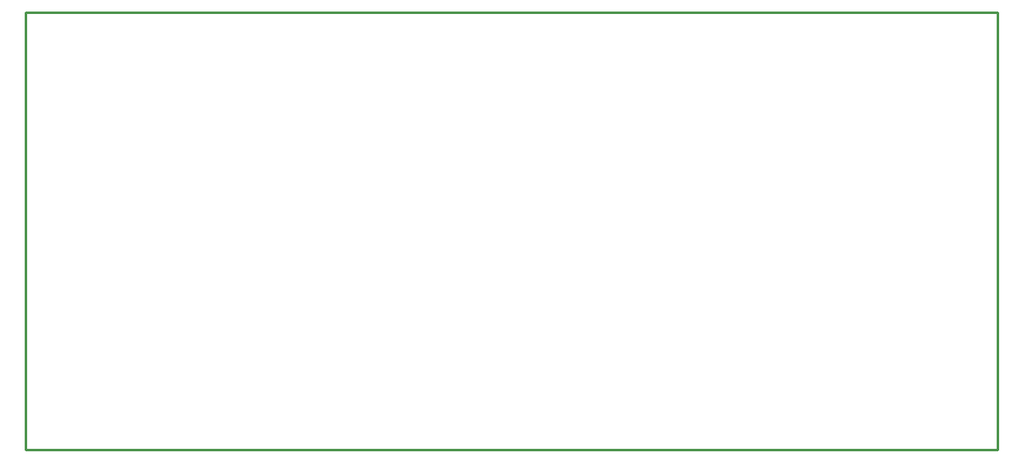
<source format=gko>
G04 Layer_Color=16711935*
%FSLAX25Y25*%
%MOIN*%
G70*
G01*
G75*
%ADD10C,0.01000*%
D10*
X201772Y231299D02*
Y408465D01*
X595472D01*
Y231299D02*
Y408465D01*
X201772Y231299D02*
X595472D01*
M02*

</source>
